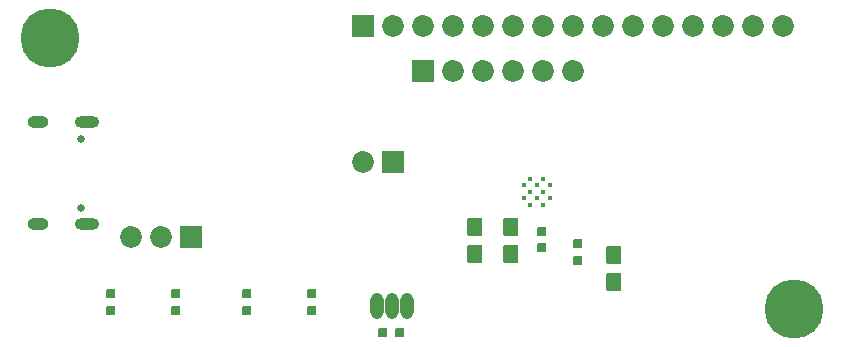
<source format=gbr>
%TF.GenerationSoftware,Altium Limited,Altium Designer,24.0.1 (36)*%
G04 Layer_Color=255*
%FSLAX45Y45*%
%MOMM*%
%TF.SameCoordinates,A01A54B3-6B64-4A67-9B29-D4FC54FCECB2*%
%TF.FilePolarity,Positive*%
%TF.FileFunction,Pads,Bot*%
%TF.Part,Single*%
G01*
G75*
%TA.AperFunction,SMDPad,CuDef*%
G04:AMPARAMS|DCode=11|XSize=0.762mm|YSize=0.762mm|CornerRadius=0.0381mm|HoleSize=0mm|Usage=FLASHONLY|Rotation=180.000|XOffset=0mm|YOffset=0mm|HoleType=Round|Shape=RoundedRectangle|*
%AMROUNDEDRECTD11*
21,1,0.76200,0.68580,0,0,180.0*
21,1,0.68580,0.76200,0,0,180.0*
1,1,0.07620,-0.34290,0.34290*
1,1,0.07620,0.34290,0.34290*
1,1,0.07620,0.34290,-0.34290*
1,1,0.07620,-0.34290,-0.34290*
%
%ADD11ROUNDEDRECTD11*%
G04:AMPARAMS|DCode=12|XSize=1.524mm|YSize=1.27mm|CornerRadius=0.09525mm|HoleSize=0mm|Usage=FLASHONLY|Rotation=90.000|XOffset=0mm|YOffset=0mm|HoleType=Round|Shape=RoundedRectangle|*
%AMROUNDEDRECTD12*
21,1,1.52400,1.07950,0,0,90.0*
21,1,1.33350,1.27000,0,0,90.0*
1,1,0.19050,0.53975,0.66675*
1,1,0.19050,0.53975,-0.66675*
1,1,0.19050,-0.53975,-0.66675*
1,1,0.19050,-0.53975,0.66675*
%
%ADD12ROUNDEDRECTD12*%
G04:AMPARAMS|DCode=13|XSize=0.762mm|YSize=0.762mm|CornerRadius=0.0381mm|HoleSize=0mm|Usage=FLASHONLY|Rotation=90.000|XOffset=0mm|YOffset=0mm|HoleType=Round|Shape=RoundedRectangle|*
%AMROUNDEDRECTD13*
21,1,0.76200,0.68580,0,0,90.0*
21,1,0.68580,0.76200,0,0,90.0*
1,1,0.07620,0.34290,0.34290*
1,1,0.07620,0.34290,-0.34290*
1,1,0.07620,-0.34290,-0.34290*
1,1,0.07620,-0.34290,0.34290*
%
%ADD13ROUNDEDRECTD13*%
%TA.AperFunction,ComponentPad*%
%ADD27O,1.11000X2.22000*%
%ADD28C,1.85000*%
%ADD29R,1.85000X1.85000*%
%ADD30C,0.40000*%
%ADD31C,0.65000*%
%ADD32O,2.10000X1.00000*%
%ADD33O,1.80000X1.00000*%
%ADD34C,5.00000*%
D11*
X3175000Y152400D02*
D03*
X3314700D02*
D03*
D12*
X5130800Y584200D02*
D03*
Y812800D02*
D03*
X4254500Y1043940D02*
D03*
Y815340D02*
D03*
X3954800Y818000D02*
D03*
Y1046600D02*
D03*
D13*
X4826000Y762000D02*
D03*
Y901700D02*
D03*
X871500Y476580D02*
D03*
Y336880D02*
D03*
X1421500Y476580D02*
D03*
Y336880D02*
D03*
X2021500Y476580D02*
D03*
Y336880D02*
D03*
X2571500Y476580D02*
D03*
Y336880D02*
D03*
X4518660Y866140D02*
D03*
Y1005840D02*
D03*
D27*
X3378200Y378285D02*
D03*
X3251200D02*
D03*
X3124200D02*
D03*
D28*
X4778000Y2369000D02*
D03*
X4524000D02*
D03*
X3762000D02*
D03*
X4016000D02*
D03*
X4270000D02*
D03*
X3000000Y1600000D02*
D03*
X6556000Y2750000D02*
D03*
X6302000D02*
D03*
X4778000D02*
D03*
X4524000D02*
D03*
X4270000D02*
D03*
X4016000D02*
D03*
X3254000D02*
D03*
X3508000D02*
D03*
X3762000D02*
D03*
X5032000D02*
D03*
X5286000D02*
D03*
X5540000D02*
D03*
X5794000D02*
D03*
X6048000D02*
D03*
X1041400Y965200D02*
D03*
X1295400D02*
D03*
D29*
X3508000Y2369000D02*
D03*
X3254000Y1600000D02*
D03*
X3000000Y2750000D02*
D03*
X1549400Y965200D02*
D03*
D30*
X4586000Y1401000D02*
D03*
X4476000D02*
D03*
X4531000Y1456000D02*
D03*
X4421000D02*
D03*
X4531000Y1346000D02*
D03*
X4586000Y1291000D02*
D03*
X4476000D02*
D03*
X4421000Y1346000D02*
D03*
X4531000Y1236000D02*
D03*
X4366000Y1401000D02*
D03*
Y1291000D02*
D03*
X4421000Y1236000D02*
D03*
D31*
X618000Y1789000D02*
D03*
Y1211000D02*
D03*
D32*
X668000Y1068000D02*
D03*
Y1932000D02*
D03*
D33*
X250000Y1068000D02*
D03*
Y1932000D02*
D03*
D34*
X350000Y2650000D02*
D03*
X6650000Y350000D02*
D03*
%TF.MD5,ce1bca4e9c0ebdda6d19e42d89763ef1*%
M02*

</source>
